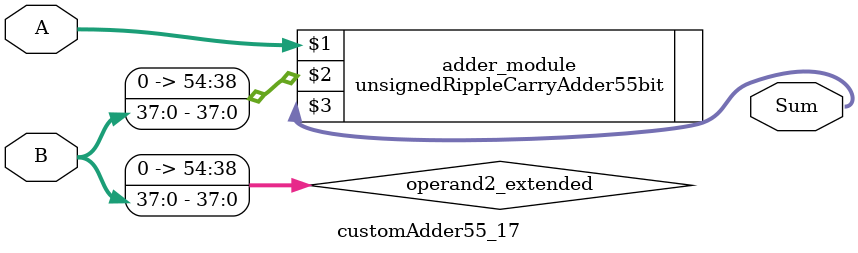
<source format=v>
module customAdder55_17(
                        input [54 : 0] A,
                        input [37 : 0] B,
                        
                        output [55 : 0] Sum
                );

        wire [54 : 0] operand2_extended;
        
        assign operand2_extended =  {17'b0, B};
        
        unsignedRippleCarryAdder55bit adder_module(
            A,
            operand2_extended,
            Sum
        );
        
        endmodule
        
</source>
